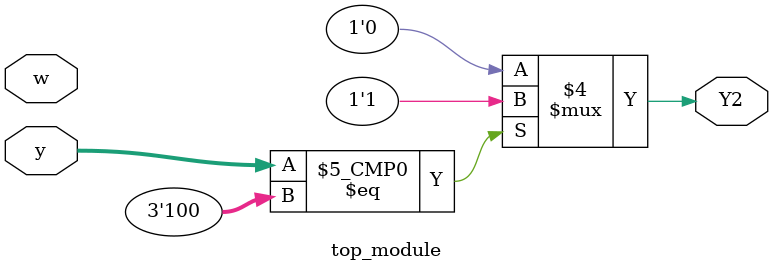
<source format=sv>
module top_module(
    input [3:1] y,
    input w,
    output reg Y2);
    
    always @(y or w) begin
        case(y)
            3'b000: Y2 = 1'b0;
            3'b001: Y2 = 1'b0;
            3'b010: Y2 = 1'b0;
            3'b011: Y2 = 1'b0;
            3'b100: Y2 = 1'b1;
            3'b101: Y2 = 1'b0;
            default: Y2 = 1'b0;
        endcase
    end
    
endmodule

</source>
